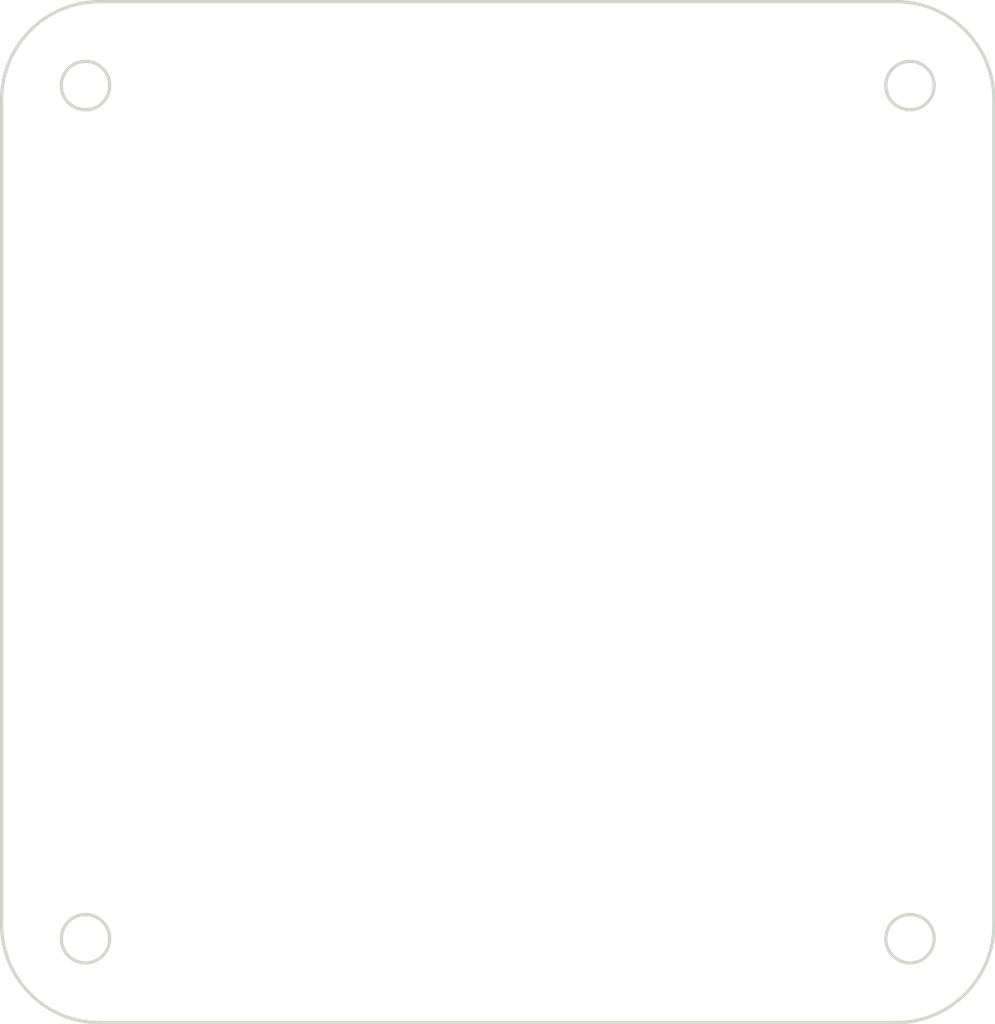
<source format=kicad_pcb>
(kicad_pcb (version 20171130) (host pcbnew 5.0.2-bee76a0~70~ubuntu18.04.1)

  (general
    (thickness 1.6)
    (drawings 12)
    (tracks 0)
    (zones 0)
    (modules 0)
    (nets 1)
  )

  (page A4)
  (layers
    (0 F.Cu signal)
    (31 B.Cu signal)
    (32 B.Adhes user)
    (33 F.Adhes user)
    (34 B.Paste user)
    (35 F.Paste user)
    (36 B.SilkS user)
    (37 F.SilkS user)
    (38 B.Mask user)
    (39 F.Mask user)
    (40 Dwgs.User user)
    (41 Cmts.User user)
    (42 Eco1.User user)
    (43 Eco2.User user)
    (44 Edge.Cuts user)
    (45 Margin user)
    (46 B.CrtYd user)
    (47 F.CrtYd user)
    (48 B.Fab user)
    (49 F.Fab user)
  )

  (setup
    (last_trace_width 0.25)
    (trace_clearance 0.2)
    (zone_clearance 0.508)
    (zone_45_only no)
    (trace_min 0.2)
    (segment_width 0.2)
    (edge_width 0.15)
    (via_size 0.8)
    (via_drill 0.4)
    (via_min_size 0.4)
    (via_min_drill 0.3)
    (uvia_size 0.3)
    (uvia_drill 0.1)
    (uvias_allowed no)
    (uvia_min_size 0.2)
    (uvia_min_drill 0.1)
    (pcb_text_width 0.3)
    (pcb_text_size 1.5 1.5)
    (mod_edge_width 0.15)
    (mod_text_size 1 1)
    (mod_text_width 0.15)
    (pad_size 4.8 4.8)
    (pad_drill 4.8)
    (pad_to_mask_clearance 0.051)
    (solder_mask_min_width 0.25)
    (aux_axis_origin 0 0)
    (visible_elements FFFFFF7F)
    (pcbplotparams
      (layerselection 0x010fc_ffffffff)
      (usegerberextensions false)
      (usegerberattributes false)
      (usegerberadvancedattributes false)
      (creategerberjobfile false)
      (excludeedgelayer true)
      (linewidth 0.100000)
      (plotframeref false)
      (viasonmask false)
      (mode 1)
      (useauxorigin false)
      (hpglpennumber 1)
      (hpglpenspeed 20)
      (hpglpendiameter 15.000000)
      (psnegative false)
      (psa4output false)
      (plotreference true)
      (plotvalue true)
      (plotinvisibletext false)
      (padsonsilk false)
      (subtractmaskfromsilk false)
      (outputformat 1)
      (mirror false)
      (drillshape 1)
      (scaleselection 1)
      (outputdirectory ""))
  )

  (net 0 "")

  (net_class Default "これはデフォルトのネット クラスです。"
    (clearance 0.2)
    (trace_width 0.25)
    (via_dia 0.8)
    (via_drill 0.4)
    (uvia_dia 0.3)
    (uvia_drill 0.1)
  )

  (net_class PWR ""
    (clearance 0.2)
    (trace_width 0.4)
    (via_dia 0.8)
    (via_drill 0.4)
    (uvia_dia 0.3)
    (uvia_drill 0.1)
  )

  (gr_circle (center 48.26 99.06) (end 49.36 99.06) (layer Edge.Cuts) (width 0.15) (tstamp 5E99D6E8))
  (gr_circle (center 85.725 99.06) (end 86.825 99.06) (layer Edge.Cuts) (width 0.15) (tstamp 5E99D6E8))
  (gr_circle (center 85.725 60.325) (end 86.825 60.325) (layer Edge.Cuts) (width 0.15) (tstamp 5E99D6E8))
  (gr_circle (center 48.26 60.325) (end 49.36 60.325) (layer Edge.Cuts) (width 0.15))
  (gr_arc (start 48.895 60.96) (end 48.895 56.515) (angle -90) (layer Edge.Cuts) (width 0.15) (tstamp 5E93DC19))
  (gr_arc (start 85.09 60.96) (end 89.535 60.96) (angle -90) (layer Edge.Cuts) (width 0.15) (tstamp 5E93DC19))
  (gr_arc (start 85.09 98.425) (end 85.09 102.87) (angle -90) (layer Edge.Cuts) (width 0.15) (tstamp 5E93DC19))
  (gr_arc (start 48.895 98.425) (end 44.45 98.425) (angle -90) (layer Edge.Cuts) (width 0.15))
  (gr_line (start 48.895 56.515) (end 85.09 56.515) (layer Edge.Cuts) (width 0.15))
  (gr_line (start 44.45 98.425) (end 44.45 60.96) (layer Edge.Cuts) (width 0.15))
  (gr_line (start 85.09 102.87) (end 48.895 102.87) (layer Edge.Cuts) (width 0.15))
  (gr_line (start 89.535 98.425) (end 89.535 60.96) (layer Edge.Cuts) (width 0.15))

)

</source>
